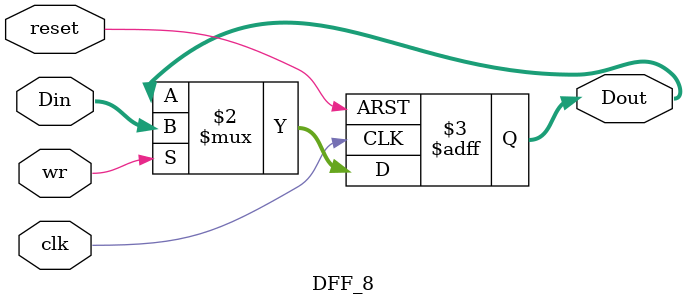
<source format=v>
`timescale 1ns/10ps
`include    "./sort.v"

module huffman0 ( clk, reset, gray_valid, gray_data, CNT_valid, CNT1, CNT2, CNT3, CNT4, CNT5, CNT6, 
code_valid, HC1, HC2, HC3, HC4, HC5, HC6, M1, M2, M3, M4, M5, M6);
input clk;
input reset;
input gray_valid;
input [7:0] gray_data;
output CNT_valid;
output [7:0] CNT1, CNT2, CNT3, CNT4, CNT5, CNT6;
output code_valid;
output [7:0] HC1, HC2, HC3, HC4, HC5, HC6;
output [7:0] M1, M2, M3, M4, M5, M6;
//===================================================================



parameter state_reset=4'd0;
parameter state_count=4'd1;
parameter state_sort1=4'd2;
parameter state_sort2=4'd3;
parameter state_sort3=4'd4;
parameter state_sort4=4'd5;
parameter state_split1=4'd6;
parameter state_split2=4'd7;
parameter state_split3=4'd8;
parameter state_split4=4'd9;
parameter state_split5=4'd10;
parameter state_complete=4'd11;

//distribution type
parameter typeA = 2'd0;//4 1 1
parameter typeB = 2'd1;//3 2 1
parameter typeC = 2'd2;//2 2 2

//
reg         CNT_valid;
reg  [7:0]  CNT1, CNT2, CNT3, CNT4, CNT5, CNT6;
reg         code_valid;
reg  [3:0]  state,next_state;
reg         next_CNT_valid,next_code_valid,start,next_start;
wire [7:0]  next_CNT1 , next_CNT2 , next_CNT3 , next_CNT4 , next_CNT5 , next_CNT6;
reg  [5:0]  plus;
reg  [7:0]  In1,In2,In3,In4,In5,In6;
wire [5:0]  c1 , c1_1 , c1_2;
wire [7:0]  group1,group2;
wire        wr1;
wire [5:0]  c2 , c2_1 , c2_2 , erase1;
wire        overlap;
wire [5:0]  two_group;
wire        single_arbiter;
wire [5:0]  single1;
wire        wr2;  
wire        wr3;
wire [5:0]  c3 , c3_1 , c3_2 , erase2;
wire [7:0]  group3;
wire [5:0]  option1 , option2;
reg  [5:0]  option3;
reg  [1:0]  distribution_type;
wire [2:0]  count_c1 , count_c2 , count_c3;
wire        standard_type2;
wire [5:0]  c4_1 , c4_2;
wire [5:0]  c4;
wire [7:0]  group4;
wire        sort_complete;
wire [7:0]  Out1,Out2;
wire [7:0]  CNT1_1 , CNT2_1 , CNT3_1 , CNT4_1 , CNT5_1 , CNT6_1;
wire [7:0]  CNT1_2 , CNT2_2 , CNT3_2 , CNT4_2 , CNT5_2 , CNT6_2;
wire [7:0]  CNT1_3 , CNT2_3 , CNT3_3 , CNT4_3 , CNT5_3 , CNT6_3;
wire [7:0]  CNT1_4 , CNT2_4 , CNT3_4 , CNT4_4 , CNT5_4 , CNT6_4;
reg  [5:0]  left , right;
wire [7:0]  next_HC1 , next_HC2 , next_HC3 , next_HC4 , next_HC5 , next_HC6;
wire [7:0]  next_M1 , next_M2 , next_M3 , next_M4 , next_M5 , next_M6;
reg  [5:0]  push , push_value;  
wire [7:0]  CNT1_encoder, CNT2_encoder, CNT3_encoder, CNT4_encoder, CNT5_encoder, CNT6_encoder;  
wire [7:0]  group1_encoder,group2_encoder,group3_encoder;
wire [5:0]  enable_encoder_CNT;
reg  [2:0]  encoder_group;
wire        larger;

//FSM
always@(posedge clk,posedge reset)
if(reset)
	begin
	state<=state_reset;
	CNT_valid<=1'b0;
	code_valid<=1'b0;
	start <= 1'b0;
	end
else
	begin
	state<=next_state;
	CNT_valid<=next_CNT_valid;
	code_valid<=next_code_valid;
	start <= next_start;
	end
	
always@(*)  //state stansition
begin
case(state)
state_reset:
	begin
	next_state = (gray_valid==1)?state_count:state_reset;
	next_CNT_valid = 1'b0;
	next_code_valid= 1'b0;
	next_start=1'b0;
	end
state_count:
	begin
	next_state = (gray_valid==0)?state_sort1:state_count;
	next_CNT_valid = (gray_valid==0)?1'b1:1'b0;
	next_code_valid= 1'b0;
	next_start= (gray_valid==0)?1'b1:1'b0;
	end
state_sort1:
	begin
	next_state = (sort_complete==1)?state_sort2:state_sort1;
	next_CNT_valid = 1'b0;
	next_code_valid= 1'b0;
	next_start= (sort_complete==1)?1'b1:1'b0;
	end
state_sort2:
	begin
	next_state = (sort_complete==1)?state_sort3:state_sort2;
	next_CNT_valid = 1'b0;
	next_code_valid= 1'b0;
	next_start= (sort_complete==1)?1'b1:1'b0;
	end
state_sort3:
	begin
	next_state = (sort_complete==1)?state_sort4:state_sort3;
	next_CNT_valid = 1'b0;
	next_code_valid= 1'b0;
	next_start= (sort_complete==1)?1'b1:1'b0;
	end
state_sort4:
	begin
	next_state = (sort_complete==1)?state_split1:state_sort4;
	next_CNT_valid = 1'b0;
	next_code_valid= 1'b0;
	next_start=1'b0;
	end
state_split1:
	begin
	next_state = state_split2;
	next_CNT_valid = 1'b0;
	next_code_valid= 1'b0;
	next_start=1'b0;
	end
state_split2:
	begin
	next_state = state_split3;
	next_CNT_valid = 1'b0;
	next_code_valid= 1'b0;
	next_start=1'b0;
	end
state_split3:
	begin
	next_state = state_split4;
	next_CNT_valid = 1'b0;
	next_code_valid= 1'b0;
	next_start=1'b0;
	end
state_split4:
	begin
	next_state =state_split5;
	next_CNT_valid = 1'b0;
	next_code_valid= 1'b0;
	next_start=1'b0;
	end
state_split5:
	begin
	next_state = state_complete;
	next_CNT_valid = 1'b0;
	next_code_valid= 1'b1;
	next_start=1'b0;
	end
state_complete:
	begin
	next_state = state_complete;
	next_CNT_valid = 1'b0;
	next_code_valid= 1'b0;
	next_start=1'b0;
	end
default:
	begin
	next_state = state_reset;
	next_CNT_valid = 1'b0;
	next_code_valid= 1'b0;
	next_start=1'b0;
	end
endcase
end	
	
//count the input	
always @(posedge clk , posedge reset)
if(reset==1)
	begin
	CNT1<=8'b0;
	CNT2<=8'b0;
	CNT3<=8'b0;
	CNT4<=8'b0;
	CNT5<=8'b0;
	CNT6<=8'b0;
	end
else
	begin
	CNT1<=next_CNT1;
	CNT2<=next_CNT2;
	CNT3<=next_CNT3;
	CNT4<=next_CNT4;
	CNT5<=next_CNT5;
	CNT6<=next_CNT6;
	end
	
assign next_CNT1 = CNT1 + plus[0];
assign next_CNT2 = CNT2 + plus[1];
assign next_CNT3 = CNT3 + plus[2];
assign next_CNT4 = CNT4 + plus[3];
assign next_CNT5 = CNT5 + plus[4];
assign next_CNT6 = CNT6 + plus[5];
//encoder 
always@(*)
begin
if(gray_valid ==1)
	begin
	plus[0] = (gray_data[2:0] == 3'd1);
	plus[1] = (gray_data[2:0] == 3'd2);
	plus[2] = (gray_data[2:0] == 3'd3);
	plus[3] = (gray_data[2:0] == 3'd4);
	plus[4] = (gray_data[2:0] == 3'd5);
	plus[5] = (gray_data[2:0] == 3'd6);
	end
else
	begin
	plus = 6'd0;
	end	
end	
	
	
	
	
	
	
	
	
	
	
//the input of sorting
always@(*) 
begin
case(state)
state_sort1:
	begin
	In1 = CNT1;
	In2 = CNT2;
	In3 = CNT3;
	In4 = CNT4;
	In5 = CNT5;
	In6 = CNT6;
	encoder_group = 3'd0;
	end
state_sort2:
	begin
	In1 = (c1_1[0])?group1:(c1_2[0])?8'd101:CNT1;
	In2 = (c1_1[1])?group1:(c1_2[1])?8'd101:CNT2;
	In3 = (c1_1[2])?group1:(c1_2[2])?8'd101:CNT3;
	In4 = (c1_1[3])?group1:(c1_2[3])?8'd101:CNT4;
	In5 = (c1_1[4])?group1:(c1_2[4])?8'd101:CNT5;
	In6 = (c1_1[4])?group1:(c1_2[5])?8'd101:CNT6;
	encoder_group = 3'b001;
	end
state_sort3:
	begin
	
	In1 = (single1[0])?group2:(two_group[0])?group1:(erase1[0])?8'd101:CNT1;
	In2 = (single1[1])?group2:(two_group[1])?group1:(erase1[1])?8'd101:CNT2;
	In3 = (single1[2])?group2:(two_group[2])?group1:(erase1[2])?8'd101:CNT3;
	In4 = (single1[3])?group2:(two_group[3])?group1:(erase1[3])?8'd101:CNT4;
	In5 = (single1[4])?group2:(two_group[4])?group1:(erase1[4])?8'd101:CNT5;
	In6 = (single1[5])?group2:(two_group[5])?group1:(erase1[5])?8'd101:CNT6;
	encoder_group = {1'b0,|(single1),|two_group};
	end
	
state_sort4:
	begin
	case(distribution_type)
		typeA://4 1 1 
			begin
			In1 = (c1_1[0])?group3:(c3[0])?8'd101:CNT1;
			In2 = (c1_1[1])?group3:(c3[1])?8'd101:CNT2;
			In3 = (c1_1[2])?group3:(c3[2])?8'd101:CNT3;
			In4 = (c1_1[3])?group3:(c3[3])?8'd101:CNT4;
			In5 = (c1_1[4])?group3:(c3[4])?8'd101:CNT5;
			In6 = (c1_1[5])?group3:(c3[5])?8'd101:CNT6;
			encoder_group = 3'b100;
			end
		typeB: // 3 2 1 
			begin
			In1 = option1;
			In2 = option2;
			In3 = option3;
			In4 = 8'd101;
			In5 = 8'd101;
			In6 = 8'd101;
			encoder_group = {3'b1,~larger,larger};
			end
		typeC: //2 2 2
			begin
			In1 = group1;
			In2 = group2;
			In3 = group3;
			In4 = 8'd101;
			In5 = 8'd101;
			In6 = 8'd101;
			encoder_group = 3'b111;
			end
		default:
			begin
			In1 = 8'b0;
			In2 = 8'b0;
			In3 = 8'b0;
			In4 = 8'b0;
			In5 = 8'b0;
			In6 = 8'b0;
			encoder_group = 3'b000;
			end
	endcase
	end
default:
begin
	In1 = 8'b0;
	In2 = 8'b0;
	In3 = 8'b0;
	In4 = 8'b0;
	In5 = 8'b0;
	In6 = 8'b0;
	encoder_group = 3'b000;
	end
endcase
end

	
	



//the flip flop that save the each compine in each sort	
DFF_6 C1_1 (left,clk,reset,wr1,c1_1);
DFF_6 C1_2 (right,clk,reset,wr1,c1_2);
assign c1 = c1_1|c1_2;
assign group1 = CNT1_1 + CNT2_1 + CNT3_1+ CNT4_1 + CNT5_1+CNT6_1;
assign wr1 = (state ==state_sort1);

DFF_6 C2_1 (left,clk,reset,wr2,c2_1);
DFF_6 C2_2 (right,clk,reset,wr2,c2_2);
assign c2 = c2_1 | c2_2;
assign  erase1= c2 | c1;
assign overlap = ~|(c1&c2);
assign two_group = { c1_1[5]&overlap , c1_1[4]&overlap , c1_1[3]&overlap , c1_1[2]&overlap , c1_1[1]&overlap , c1_1[0]&overlap};
assign group2 = CNT1_2 +CNT2_2 + CNT3_2 + CNT4_2 + CNT5_2 +CNT6_2;
assign single1_arbiter = (c2_1[0]&c2_1[1])|(c2_1[0]&c2_1[2])|(c2_1[0]&c2_1[3])|(c2_1[0]&c2_1[4])|(c2_1[0]&c2_1[5])|(c2_1[1]&c2_1[2])|
						(c2_1[1]&c2_1[3])|(c2_1[1]&c2_1[4])|(c2_1[1]&c2_1[5])|(c2_1[2]&c2_1[3])|(c2_1[2]&c2_1[4])|(c2_1[2]&c2_1[5])|
						(c2_1[3]&c2_1[4])|(c2_1[3]&c2_1[5])|(c2_1[4]&c2_1[5]);
assign single1 =(single1_arbiter==1)?c2_2:c2_1;
assign wr2 = (state ==state_sort2);

DFF_6 C3_1 (left,clk,reset,wr3,c3_1);
DFF_6 C3_2 (right,clk,reset,wr3,c3_2);

assign wr3 = (state ==state_sort3);
	
//typeA: 4 1 1
assign c3 = c3_1 | c3_2;
assign group3 = CNT1_3 + CNT2_3 + CNT3_3 + CNT4_3 + CNT5_3 + CNT6_3;

//typeB: 3 2 1
assign option1 = group3;
assign option2 = (larger==1)?group1:group2;
assign larger = group1 > group2;
assign erase2 = ~(erase1| c3);
always@(*)
begin
	 if(erase2[0]==0) 
			option3 = CNT1;
else if(erase2[1]==0) 
			option3 = CNT2;
else if(erase2[2]==0) 
			option3 = CNT3;
else if(erase2[3]==0) 
			option3 = CNT4;
else if(erase2[4]==0) 
			option3 = CNT5;
else if(erase2[5]==0) 
			option3 = CNT6;
else  
			option3 = 8'b0;
			
//decide the type
if(count_c3 ==3'd4)
	distribution_type =2'd0;
else if(standard_type2)
	distribution_type =2'd1;
else
	distribution_type =2'd3;
	
end

assign count_c3 = c3[0] +c3[1]+c3[2] +c3[3]+c3[4] +c3[5];
assign count_c2 = c2[0] +c2[1]+c2[2] +c2[3]+c2[4] +c2[5];
assign count_c1 = c1[0] +c1[1]+c1[2] +c1[3]+c1[4] +c1[5];
assign standard_type2 = (count_c2 ==3'd3) |(count_c3 ==3'd3);


DFF_6 C4_1 (left,clk,reset,wr4,c4_1);
DFF_6 C4_2 (right,clk,reset,wr4,c4_2);

assign wr4 = (state ==state_sort4);
assign c4 = c4_1 | c4_2;
assign group4 = CNT1_4 + CNT2_4 + CNT3_4 + CNT4_4 + CNT5_4 + CNT6_4;
	
sort  sorting (In1,In2,In3,In4,In5,In6,reset,Out1,Out2,sort_complete,clk,start);
	
	
assign CNT1_1 = (c1[0]==1)?CNT1:8'b0;
assign CNT2_1 = (c1[1]==1)?CNT2:8'b0;
assign CNT3_1 = (c1[2]==1)?CNT3:8'b0;
assign CNT4_1 = (c1[3]==1)?CNT4:8'b0;
assign CNT5_1 = (c1[4]==1)?CNT5:8'b0;
assign CNT6_1 = (c1[5]==1)?CNT6:8'b0;	
	
assign CNT1_2 = (c2[0]==1)?CNT1:8'b0;
assign CNT2_2 = (c2[1]==1)?CNT2:8'b0;
assign CNT3_2 = (c2[2]==1)?CNT3:8'b0;
assign CNT4_2 = (c2[3]==1)?CNT4:8'b0;
assign CNT5_2 = (c2[4]==1)?CNT5:8'b0;
assign CNT6_2 = (c2[5]==1)?CNT6:8'b0;

assign CNT1_3 = (c3[0]==1)?CNT1:8'b0;
assign CNT2_3 = (c3[1]==1)?CNT2:8'b0;
assign CNT3_3 = (c3[2]==1)?CNT3:8'b0;
assign CNT4_3 = (c3[3]==1)?CNT4:8'b0;
assign CNT5_3 = (c3[4]==1)?CNT5:8'b0;
assign CNT6_3 = (c3[5]==1)?CNT6:8'b0;


assign CNT1_4 = (c4[0]==1)?CNT1:8'b0;
assign CNT2_4 = (c4[1]==1)?CNT2:8'b0;
assign CNT3_4 = (c4[2]==1)?CNT3:8'b0;
assign CNT4_4 = (c4[3]==1)?CNT4:8'b0;
assign CNT5_4 = (c4[4]==1)?CNT5:8'b0;
assign CNT6_4 = (c4[5]==1)?CNT6:8'b0;		
	
assign CNT1_encoder = (enable_encoder_CNT[0])?CNT1:8'd168;
assign CNT2_encoder = (enable_encoder_CNT[1])?CNT2:8'd168;
assign CNT3_encoder = (enable_encoder_CNT[2])?CNT3:8'd168;
assign CNT4_encoder = (enable_encoder_CNT[3])?CNT4:8'd168;
assign CNT5_encoder = (enable_encoder_CNT[4])?CNT5:8'd168;
assign CNT6_encoder = (enable_encoder_CNT[5])?CNT6:8'd168;
assign group1_encoder = (encoder_group[0])? group1:8'd168;
assign group2_encoder = (encoder_group[1])? group2:8'd168;
assign group3_encoder = (encoder_group[2])? group3:8'd168;
assign enable_encoder_CNT = ~(c1|c2|c3|c4) ;
//decoder  Out1 is the smellest	
always@(*)
begin
if(sort_complete==0)
left =8'd0;
else
begin
if(Out1 == group1_encoder)
	left=c1;
	else if(Out1 == group2_encoder)
	left=c2;
	else if(Out1 == group3_encoder)
	left=c3;
	else 
		begin
		if(Out1==CNT6_encoder)
		left=6'b100_000;
		else if(Out1==CNT5_encoder)
		left=6'b010_000;
		else if(Out1==CNT4_encoder)
		left=6'b001_000;
		else if(Out1==CNT3_encoder)
		left=6'b000_100;
		else if(Out1==CNT2_encoder)
		left=6'b000_010;
		else if(Out1==CNT1_encoder)
		left=6'b000_001;
		else 
		left=7'd127;
		end
end

if (sort_complete==0)
right = 8'd0;
else
begin
 if(Out2==CNT6_encoder)
	right=6'b100_000;
	else if(Out2==CNT5_encoder)
	right=6'b010_000;
	else if(Out2==CNT4_encoder)
	right=6'b001_000;
	else if(Out2==CNT3_encoder)
	right=6'b000_100;
	else if(Out2==CNT2_encoder)
	right=6'b000_010;
	else if(Out2==CNT1_encoder)
	right=6'b000_001;	
	else
		begin
		if(Out2==group1_encoder)
		right=c1;
		else if(Out2==group2_encoder)
		right=c2;
		else if(Out2==group3_encoder)
		right=c3;
		else 
		right=8'd127;
		end
end
end	

//the split circuit	
DFF_8 hc1(next_HC1,clk,reset,push[0],HC1);
DFF_8 hc2(next_HC2,clk,reset,push[1],HC2);
DFF_8 hc3(next_HC3,clk,reset,push[2],HC3);
DFF_8 hc4(next_HC4,clk,reset,push[3],HC4);
DFF_8 hc5(next_HC5,clk,reset,push[4],HC5);
DFF_8 hc6(next_HC6,clk,reset,push[5],HC6);	

assign next_HC1 = {HC1[6:0],push_value[0]};
assign next_HC2 = {HC2[6:0],push_value[1]};
assign next_HC3 = {HC3[6:0],push_value[2]};
assign next_HC4 = {HC4[6:0],push_value[3]};
assign next_HC5 = {HC5[6:0],push_value[4]};
assign next_HC6 = {HC6[6:0],push_value[5]};	


DFF_8 m1(next_M1,clk,reset,push[0],M1);
DFF_8 m2(next_M2,clk,reset,push[1],M2);
DFF_8 m3(next_M3,clk,reset,push[2],M3);
DFF_8 m4(next_M4,clk,reset,push[3],M4);
DFF_8 m5(next_M5,clk,reset,push[4],M5);
DFF_8 m6(next_M6,clk,reset,push[5],M6);

assign next_M1 = {M1[6:0],1'b1};
assign next_M2 = {M2[6:0],1'b1};
assign next_M3 = {M3[6:0],1'b1};
assign next_M4 = {M4[6:0],1'b1};
assign next_M5 = {M5[6:0],1'b1};
assign next_M6 = {M6[6:0],1'b1};

always@(*)
case(state)
state_split1:
	begin
	push = 6'b111_111;
	push_value = (group4<50)?c4:~c4;
	end
state_split2:
	begin
	push = c4;
	push_value = c4_1;
	end
state_split3:
	begin
	push = c3;
	push_value = c3_1;
	end
state_split4:
	begin
	push = c2;
	push_value = c2_1;
	end
state_split5:
	begin
	push = c1;
	push_value = c1_1;
	end
default:
	begin
	push = 6'b0;
	push_value = 6'b0;
	end
endcase	
endmodule
//=========================================================================================================================
module DFF_6 (Din,clk,reset,wr,Dout);//save the point that combine
input [5:0] Din;
input clk,wr,reset;
output [5:0] Dout;
reg [5:0] Dout;


always @( posedge clk,posedge reset)
if (reset)
Dout<=6'b0;
else
Dout<=(wr)?Din:Dout;


endmodule


//=========================================================================================================================
module DFF_8 (Din,clk,reset,wr,Dout);//save the HC1 M1
input [7:0] Din;
input clk,wr,reset;
output [7:0] Dout;
reg [7:0] Dout;


always @( posedge clk,posedge reset)
if (reset)
Dout<=8'b0;
else
Dout<=(wr)?Din:Dout;


endmodule	




</source>
